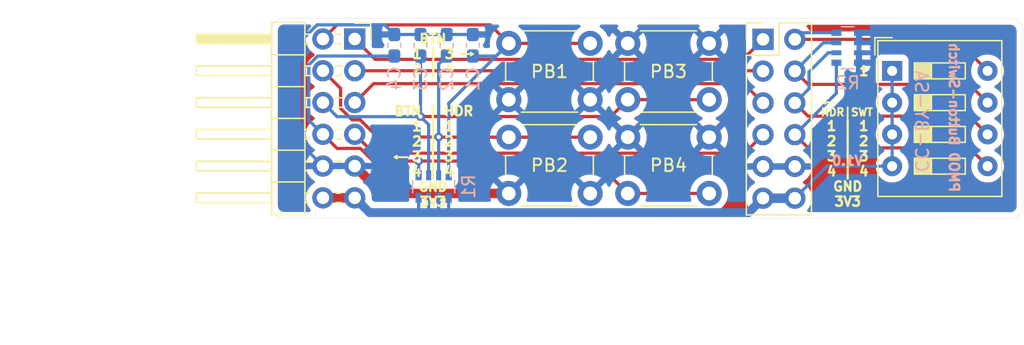
<source format=kicad_pcb>
(kicad_pcb (version 20211014) (generator pcbnew)
  (title_block (title "PMOD Button-Switch") (date "2022-04-18") (rev "1.0"))
  (layers (0 "F.Cu" signal) (31 "B.Cu" signal) (34 "B.Paste" user) (35 "F.Paste" user) (36 "B.SilkS" user "B.Silkscreen") (37 "F.SilkS" user "F.Silkscreen") (38 "B.Mask" user) (39 "F.Mask" user) (44 "Edge.Cuts" user))
  (net 0 "")
  (net 1 "GND")
  (net 2 "/P1S")
  (net 3 "/P2S")
  (net 4 "/P3S")
  (net 5 "/P4S")
  (net 6 "/S1J")
  (net 7 "/S2J")
  (net 8 "/S3J")
  (net 9 "/S4J")
  (net 10 "+3V3")
  (net 11 "/S1S")
  (net 12 "/S2S")
  (net 13 "/S3S")
  (net 14 "/S4S")
  (footprint "Button_Switch_THT:SW_PUSH_6mm_H5mm" (layer "F.Cu") (at 135.44 115.5 180)
    (fp_text reference "PB1" (at 3.25 2.25) (layer "F.SilkS"))
    (fp_text value "Push")
    (fp_line (start 1 5.5) (end 5.5 5.5) (layer "F.SilkS") (width 0.12))
    (fp_line (start 5.5 -1) (end 1 -1) (layer "F.SilkS") (width 0.12))
    (fp_line (start 6.75 3) (end 6.75 1.5) (layer "F.SilkS") (width 0.12))
    (fp_line (start -0.25 1.5) (end -0.25 3) (layer "F.SilkS") (width 0.12))
    (pad "1" thru_hole circle (at 6.5 0 270) (size 2 2) (drill 1.1) (layers *.Cu *.Mask) (net 1 "GND"))
    (pad "1" thru_hole circle (at 0 0 270) (size 2 2) (drill 1.1) (layers *.Cu *.Mask) (net 1 "GND"))
    (pad "2" thru_hole circle (at 0 4.5 270) (size 2 2) (drill 1.1) (layers *.Cu *.Mask) (net 2 "/P1S"))
    (pad "2" thru_hole circle (at 6.5 4.5 270) (size 2 2) (drill 1.1) (layers *.Cu *.Mask) (net 2 "/P1S"))
  )
  (footprint "Button_Switch_THT:SW_PUSH_6mm_H5mm" (layer "F.Cu") (at 135.44 123 180)
    (fp_text reference "PB2" (at 3.25 2.25) (layer "F.SilkS"))
    (fp_text value "Push")
    (fp_line (start 6.75 3) (end 6.75 1.5) (layer "F.SilkS") (width 0.12))
    (fp_line (start -0.25 1.5) (end -0.25 3) (layer "F.SilkS") (width 0.12))
    (fp_line (start 5.5 -1) (end 1 -1) (layer "F.SilkS") (width 0.12))
    (fp_line (start 1 5.5) (end 5.5 5.5) (layer "F.SilkS") (width 0.12))
    (pad "1" thru_hole circle (at 6.5 0 270) (size 2 2) (drill 1.1) (layers *.Cu *.Mask) (net 1 "GND"))
    (pad "1" thru_hole circle (at 0 0 270) (size 2 2) (drill 1.1) (layers *.Cu *.Mask) (net 1 "GND"))
    (pad "2" thru_hole circle (at 0 4.5 270) (size 2 2) (drill 1.1) (layers *.Cu *.Mask) (net 3 "/P2S"))
    (pad "2" thru_hole circle (at 6.5 4.5 270) (size 2 2) (drill 1.1) (layers *.Cu *.Mask) (net 3 "/P2S"))
  )
  (footprint "Pmod:Pmod_Header_2x06_P2.54mm_Horizontal" (layer "F.Cu") (at 116.64 123.35 180)
    (fp_text reference "J1")
    (fp_text value "PMOD")
    (fp_line (start 6.64 -1.33) (end 3.98 -1.33) (layer "F.SilkS") (width 0.12))
    (fp_line (start 1.042929 2.16) (end 1.497071 2.16) (layer "F.SilkS") (width 0.12))
    (fp_line (start 1.042929 9.78) (end 1.497071 9.78) (layer "F.SilkS") (width 0.12))
    (fp_line (start 3.582929 2.16) (end 3.98 2.16) (layer "F.SilkS") (width 0.12))
    (fp_line (start 1.042929 13.08) (end 1.497071 13.08) (layer "F.SilkS") (width 0.12))
    (fp_line (start 0 13.97) (end -1.27 13.97) (layer "F.SilkS") (width 0.12))
    (fp_line (start 1.042929 8) (end 1.497071 8) (layer "F.SilkS") (width 0.12))
    (fp_line (start 3.582929 2.92) (end 3.98 2.92) (layer "F.SilkS") (width 0.12))
    (fp_line (start 3.98 1.27) (end 6.64 1.27) (layer "F.SilkS") (width 0.12))
    (fp_line (start 1.042929 12.32) (end 1.497071 12.32) (layer "F.SilkS") (width 0.12))
    (fp_line (start 3.582929 9.78) (end 3.98 9.78) (layer "F.SilkS") (width 0.12))
    (fp_line (start 3.582929 10.54) (end 3.98 10.54) (layer "F.SilkS") (width 0.12))
    (fp_line (start 6.64 7.24) (end 12.64 7.24) (layer "F.SilkS") (width 0.12))
    (fp_line (start 12.64 13.08) (end 6.64 13.08) (layer "F.SilkS") (width 0.12))
    (fp_line (start 3.98 11.43) (end 6.64 11.43) (layer "F.SilkS") (width 0.12))
    (fp_line (start 3.582929 7.24) (end 3.98 7.24) (layer "F.SilkS") (width 0.12))
    (fp_line (start 6.64 -0.38) (end 12.64 -0.38) (layer "F.SilkS") (width 0.12))
    (fp_line (start 1.11 0.38) (end 1.497071 0.38) (layer "F.SilkS") (width 0.12))
    (fp_line (start 6.64 12.86) (end 12.64 12.86) (layer "F.SilkS") (width 0.12))
    (fp_line (start 3.582929 4.7) (end 3.98 4.7) (layer "F.SilkS") (width 0.12))
    (fp_line (start 3.98 3.81) (end 6.64 3.81) (layer "F.SilkS") (width 0.12))
    (fp_line (start 6.64 12.74) (end 12.64 12.74) (layer "F.SilkS") (width 0.12))
    (fp_line (start 12.64 7.24) (end 12.64 8) (layer "F.SilkS") (width 0.12))
    (fp_line (start 1.042929 7.24) (end 1.497071 7.24) (layer "F.SilkS") (width 0.12))
    (fp_line (start 3.582929 0.38) (end 3.98 0.38) (layer "F.SilkS") (width 0.12))
    (fp_line (start 12.64 4.7) (end 12.64 5.46) (layer "F.SilkS") (width 0.12))
    (fp_line (start 3.582929 -0.38) (end 3.98 -0.38) (layer "F.SilkS") (width 0.12))
    (fp_line (start 3.582929 5.46) (end 3.98 5.46) (layer "F.SilkS") (width 0.12))
    (fp_line (start 3.98 14.03) (end 6.64 14.03) (layer "F.SilkS") (width 0.12))
    (fp_line (start 12.64 0.38) (end 6.64 0.38) (layer "F.SilkS") (width 0.12))
    (fp_line (start 3.582929 8) (end 3.98 8) (layer "F.SilkS") (width 0.12))
    (fp_line (start 1.042929 10.54) (end 1.497071 10.54) (layer "F.SilkS") (width 0.12))
    (fp_line (start 12.64 12.32) (end 12.64 13.08) (layer "F.SilkS") (width 0.12))
    (fp_line (start 3.582929 12.32) (end 3.98 12.32) (layer "F.SilkS") (width 0.12))
    (fp_line (start 1.042929 5.46) (end 1.497071 5.46) (layer "F.SilkS") (width 0.12))
    (fp_line (start 6.64 12.5) (end 12.64 12.5) (layer "F.SilkS") (width 0.12))
    (fp_line (start 12.64 -0.38) (end 12.64 0.38) (layer "F.SilkS") (width 0.12))
    (fp_line (start 6.64 9.78) (end 12.64 9.78) (layer "F.SilkS") (width 0.12))
    (fp_line (start 6.64 4.7) (end 12.64 4.7) (layer "F.SilkS") (width 0.12))
    (fp_line (start 12.64 2.16) (end 12.64 2.92) (layer "F.SilkS") (width 0.12))
    (fp_line (start 6.64 14.03) (end 6.64 -1.33) (layer "F.SilkS") (width 0.12))
    (fp_line (start 12.64 9.78) (end 12.64 10.54) (layer "F.SilkS") (width 0.12))
    (fp_line (start 3.98 -1.33) (end 3.98 14.03) (layer "F.SilkS") (width 0.12))
    (fp_line (start 1.042929 4.7) (end 1.497071 4.7) (layer "F.SilkS") (width 0.12))
    (fp_line (start -1.27 13.97) (end -1.27 12.7) (layer "F.SilkS") (width 0.12))
    (fp_line (start 12.64 10.54) (end 6.64 10.54) (layer "F.SilkS") (width 0.12))
    (fp_line (start 1.11 -0.38) (end 1.497071 -0.38) (layer "F.SilkS") (width 0.12))
    (fp_line (start 6.64 12.32) (end 12.64 12.32) (layer "F.SilkS") (width 0.12))
    (fp_line (start 6.64 12.62) (end 12.64 12.62) (layer "F.SilkS") (width 0.12))
    (fp_line (start 6.64 12.38) (end 12.64 12.38) (layer "F.SilkS") (width 0.12))
    (fp_line (start 3.98 8.89) (end 6.64 8.89) (layer "F.SilkS") (width 0.12))
    (fp_line (start 1.042929 2.92) (end 1.497071 2.92) (layer "F.SilkS") (width 0.12))
    (fp_line (start 6.64 12.98) (end 12.64 12.98) (layer "F.SilkS") (width 0.12))
    (fp_line (start 12.64 5.46) (end 6.64 5.46) (layer "F.SilkS") (width 0.12))
    (fp_line (start 12.64 2.92) (end 6.64 2.92) (layer "F.SilkS") (width 0.12))
    (fp_line (start 3.582929 13.08) (end 3.98 13.08) (layer "F.SilkS") (width 0.12))
    (fp_line (start 6.64 2.16) (end 12.64 2.16) (layer "F.SilkS") (width 0.12))
    (fp_line (start 3.98 6.35) (end 6.64 6.35) (layer "F.SilkS") (width 0.12))
    (fp_line (start 12.64 8) (end 6.64 8) (layer "F.SilkS") (width 0.12))
    (pad "1" thru_hole rect (at 0 12.7 180) (size 1.7 1.7) (drill 1) (layers *.Cu *.Mask) (net 6 "/S1J"))
    (pad "2" thru_hole oval (at 0 10.16 180) (size 1.7 1.7) (drill 1) (layers *.Cu *.Mask) (net 7 "/S2J"))
    (pad "3" thru_hole oval (at 0 7.62 180) (size 1.7 1.7) (drill 1) (layers *.Cu *.Mask) (net 8 "/S3J"))
    (pad "4" thru_hole oval (at 0 5.08 180) (size 1.7 1.7) (drill 1) (layers *.Cu *.Mask) (net 9 "/S4J"))
    (pad "5" thru_hole oval (at 0 2.54 180) (size 1.7 1.7) (drill 1) (layers *.Cu *.Mask) (net 1 "GND"))
    (pad "6" thru_hole circle (at 0 0 180) (size 1.7 1.7) (drill 1) (layers *.Cu *.Mask) (net 10 "+3V3"))
    (pad "7" thru_hole circle (at 2.54 12.7 180) (size 1.7 1.7) (drill 1) (layers *.Cu *.Mask) (net 2 "/P1S"))
    (pad "8" thru_hole oval (at 2.54 10.16 180) (size 1.7 1.7) (drill 1) (layers *.Cu *.Mask) (net 3 "/P2S"))
    (pad "9" thru_hole oval (at 2.54 7.62 180) (size 1.7 1.7) (drill 1) (layers *.Cu *.Mask) (net 4 "/P3S"))
    (pad "10" thru_hole oval (at 2.54 5.08 180) (size 1.7 1.7) (drill 1) (layers *.Cu *.Mask) (net 5 "/P4S"))
    (pad "11" thru_hole oval (at 2.54 2.54 180) (size 1.7 1.7) (drill 1) (layers *.Cu *.Mask) (net 1 "GND"))
    (pad "12" thru_hole oval (at 2.54 0 180) (size 1.7 1.7) (drill 1) (layers *.Cu *.Mask) (net 10 "+3V3"))
  )
  (footprint "Connector_PinHeader_2.54mm:PinHeader_2x06_P2.54mm_Vertical" (layer "F.Cu") (at 149.24 110.68)
    (fp_text reference "J2" hide)
    (fp_text value "Conn_02x06_Odd_Even")
    (fp_line (start -1.33 1.27) (end -1.33 14.03) (layer "F.SilkS") (width 0.12))
    (fp_line (start -1.33 14.03) (end 3.87 14.03) (layer "F.SilkS") (width 0.12))
    (fp_line (start 3.87 -1.33) (end 3.87 14.03) (layer "F.SilkS") (width 0.12))
    (fp_line (start 1.27 1.27) (end 1.27 -1.33) (layer "F.SilkS") (width 0.12))
    (fp_line (start -1.33 1.27) (end 1.27 1.27) (layer "F.SilkS") (width 0.12))
    (fp_line (start -1.33 0) (end -1.33 -1.33) (layer "F.SilkS") (width 0.12))
    (fp_line (start -1.33 -1.33) (end 0 -1.33) (layer "F.SilkS") (width 0.12))
    (fp_line (start 1.27 -1.33) (end 3.87 -1.33) (layer "F.SilkS") (width 0.12))
    (pad "1" thru_hole rect (at 0 0) (size 1.7 1.7) (drill 1) (layers *.Cu *.Mask) (net 6 "/S1J"))
    (pad "2" thru_hole oval (at 2.54 0) (size 1.7 1.7) (drill 1) (layers *.Cu *.Mask) (net 11 "/S1S"))
    (pad "3" thru_hole oval (at 0 2.54) (size 1.7 1.7) (drill 1) (layers *.Cu *.Mask) (net 7 "/S2J"))
    (pad "4" thru_hole oval (at 2.54 2.54) (size 1.7 1.7) (drill 1) (layers *.Cu *.Mask) (net 12 "/S2S"))
    (pad "5" thru_hole oval (at 0 5.08) (size 1.7 1.7) (drill 1) (layers *.Cu *.Mask) (net 8 "/S3J"))
    (pad "6" thru_hole oval (at 2.54 5.08) (size 1.7 1.7) (drill 1) (layers *.Cu *.Mask) (net 13 "/S3S"))
    (pad "7" thru_hole oval (at 0 7.62) (size 1.7 1.7) (drill 1) (layers *.Cu *.Mask) (net 9 "/S4J"))
    (pad "8" thru_hole oval (at 2.54 7.62) (size 1.7 1.7) (drill 1) (layers *.Cu *.Mask) (net 14 "/S4S"))
    (pad "9" thru_hole oval (at 0 10.16) (size 1.7 1.7) (drill 1) (layers *.Cu *.Mask) (net 1 "GND"))
    (pad "10" thru_hole oval (at 2.54 10.16) (size 1.7 1.7) (drill 1) (layers *.Cu *.Mask) (net 1 "GND"))
    (pad "11" thru_hole oval (at 0 12.7) (size 1.7 1.7) (drill 1) (layers *.Cu *.Mask) (net 10 "+3V3"))
    (pad "12" thru_hole oval (at 2.54 12.7) (size 1.7 1.7) (drill 1) (layers *.Cu *.Mask) (net 10 "+3V3"))
  )
  (footprint "Button_Switch_THT:SW_DIP_SPSTx04_Slide_9.78x12.34mm_W7.62mm_P2.54mm" (layer "F.Cu") (at 159.55 113.2)
    (fp_text reference "SW1" hide)
    (fp_text value "SW_DIP_x04")
    (fp_line (start 1.78 6.985) (end 1.78 8.255) (layer "F.SilkS") (width 0.12))
    (fp_line (start 1.78 4.805) (end 3.133333 4.805) (layer "F.SilkS") (width 0.12))
    (fp_line (start 1.78 3.175) (end 5.84 3.175) (layer "F.SilkS") (width 0.12))
    (fp_line (start 3.133333 1.905) (end 3.133333 3.175) (layer "F.SilkS") (width 0.12))
    (fp_line (start -1.14 10.04) (end 8.76 10.04) (layer "F.SilkS") (width 0.12))
    (fp_line (start 1.78 2.865) (end 3.133333 2.865) (layer "F.SilkS") (width 0.12))
    (fp_line (start 1.78 7.705) (end 3.133333 7.705) (layer "F.SilkS") (width 0.12))
    (fp_line (start 5.84 8.255) (end 5.84 6.985) (layer "F.SilkS") (width 0.12))
    (fp_line (start 1.78 7.585) (end 3.133333 7.585) (layer "F.SilkS") (width 0.12))
    (fp_line (start 5.84 1.905) (end 1.78 1.905) (layer "F.SilkS") (width 0.12))
    (fp_line (start 5.84 6.985) (end 1.78 6.985) (layer "F.SilkS") (width 0.12))
    (fp_line (start 1.78 -0.155) (end 3.133333 -0.155) (layer "F.SilkS") (width 0.12))
    (fp_line (start -1.38 -2.66) (end 0.004 -2.66) (layer "F.SilkS") (width 0.12))
    (fp_line (start -1.14 -2.42) (end -1.14 10.04) (layer "F.SilkS") (width 0.12))
    (fp_line (start 1.78 7.225) (end 3.133333 7.225) (layer "F.SilkS") (width 0.12))
    (fp_line (start 5.84 4.445) (end 1.78 4.445) (layer "F.SilkS") (width 0.12))
    (fp_line (start 1.78 4.445) (end 1.78 5.715) (layer "F.SilkS") (width 0.12))
    (fp_line (start 1.78 -0.275) (end 3.133333 -0.275) (layer "F.SilkS") (width 0.12))
    (fp_line (start 1.78 2.385) (end 3.133333 2.385) (layer "F.SilkS") (width 0.12))
    (fp_line (start 1.78 8.065) (end 3.133333 8.065) (layer "F.SilkS") (width 0.12))
    (fp_line (start 1.78 8.185) (end 3.133333 8.185) (layer "F.SilkS") (width 0.12))
    (fp_line (start 1.78 2.745) (end 3.133333 2.745) (layer "F.SilkS") (width 0.12))
    (fp_line (start 1.78 7.465) (end 3.133333 7.465) (layer "F.SilkS") (width 0.12))
    (fp_line (start -1.38 -2.66) (end -1.38 -1.277) (layer "F.SilkS") (width 0.12))
    (fp_line (start 1.78 1.905) (end 1.78 3.175) (layer "F.SilkS") (width 0.12))
    (fp_line (start 1.78 0.635) (end 5.84 0.635) (layer "F.SilkS") (width 0.12))
    (fp_line (start 3.133333 -0.635) (end 3.133333 0.635) (layer "F.SilkS") (width 0.12))
    (fp_line (start 1.78 -0.515) (end 3.133333 -0.515) (layer "F.SilkS") (width 0.12))
    (fp_line (start 1.78 4.565) (end 3.133333 4.565) (layer "F.SilkS") (width 0.12))
    (fp_line (start 1.78 7.825) (end 3.133333 7.825) (layer "F.SilkS") (width 0.12))
    (fp_line (start 1.78 -0.035) (end 3.133333 -0.035) (layer "F.SilkS") (width 0.12))
    (fp_line (start 1.78 -0.395) (end 3.133333 -0.395) (layer "F.SilkS") (width 0.12))
    (fp_line (start 1.78 5.165) (end 3.133333 5.165) (layer "F.SilkS") (width 0.12))
    (fp_line (start 1.78 5.715) (end 5.84 5.715) (layer "F.SilkS") (width 0.12))
    (fp_line (start 1.78 2.625) (end 3.133333 2.625) (layer "F.SilkS") (width 0.12))
    (fp_line (start 1.78 2.145) (end 3.133333 2.145) (layer "F.SilkS") (width 0.12))
    (fp_line (start 1.78 0.205) (end 3.133333 0.205) (layer "F.SilkS") (width 0.12))
    (fp_line (start 1.78 4.925) (end 3.133333 4.925) (layer "F.SilkS") (width 0.12))
    (fp_line (start 1.78 0.565) (end 3.133333 0.565) (layer "F.SilkS") (width 0.12))
    (fp_line (start 1.78 7.345) (end 3.133333 7.345) (layer "F.SilkS") (width 0.12))
    (fp_line (start 5.84 -0.635) (end 1.78 -0.635) (layer "F.SilkS") (width 0.12))
    (fp_line (start 1.78 -0.635) (end 1.78 0.635) (layer "F.SilkS") (width 0.12))
    (fp_line (start 1.78 5.405) (end 3.133333 5.405) (layer "F.SilkS") (width 0.12))
    (fp_line (start 3.133333 6.985) (end 3.133333 8.255) (layer "F.SilkS") (width 0.12))
    (fp_line (start 5.84 0.635) (end 5.84 -0.635) (layer "F.SilkS") (width 0.12))
    (fp_line (start 5.84 5.715) (end 5.84 4.445) (layer "F.SilkS") (width 0.12))
    (fp_line (start 1.78 7.945) (end 3.133333 7.945) (layer "F.SilkS") (width 0.12))
    (fp_line (start 1.78 0.445) (end 3.133333 0.445) (layer "F.SilkS") (width 0.12))
    (fp_line (start 1.78 5.525) (end 3.133333 5.525) (layer "F.SilkS") (width 0.12))
    (fp_line (start 8.76 -2.42) (end 8.76 10.04) (layer "F.SilkS") (width 0.12))
    (fp_line (start 1.78 3.105) (end 3.133333 3.105) (layer "F.SilkS") (width 0.12))
    (fp_line (start 1.78 7.105) (end 3.133333 7.105) (layer "F.SilkS") (width 0.12))
    (fp_line (start 1.78 5.645) (end 3.133333 5.645) (layer "F.SilkS") (width 0.12))
    (fp_line (start 1.78 2.265) (end 3.133333 2.265) (layer "F.SilkS") (width 0.12))
    (fp_line (start 1.78 0.085) (end 3.133333 0.085) (layer "F.SilkS") (width 0.12))
    (fp_line (start 1.78 5.045) (end 3.133333 5.045) (layer "F.SilkS") (width 0.12))
    (fp_line (start 1.78 5.285) (end 3.133333 5.285) (layer "F.SilkS") (width 0.12))
    (fp_line (start 3.133333 4.445) (end 3.133333 5.715) (layer "F.SilkS") (width 0.12))
    (fp_line (start 1.78 2.025) (end 3.133333 2.025) (layer "F.SilkS") (width 0.12))
    (fp_line (start 1.78 0.325) (end 3.133333 0.325) (layer "F.SilkS") (width 0.12))
    (fp_line (start 5.84 3.175) (end 5.84 1.905) (layer "F.SilkS") (width 0.12))
    (fp_line (start 1.78 2.505) (end 3.133333 2.505) (layer "F.SilkS") (width 0.12))
    (fp_line (start 1.78 4.685) (end 3.133333 4.685) (layer "F.SilkS") (width 0.12))
    (fp_line (start 1.78 2.985) (end 3.133333 2.985) (layer "F.SilkS") (width 0.12))
    (fp_line (start 1.78 8.255) (end 5.84 8.255) (layer "F.SilkS") (width 0.12))
    (fp_line (start -1.14 -2.42) (end 8.76 -2.42) (layer "F.SilkS") (width 0.12))
    (pad "1" thru_hole rect (at 0 0) (size 1.6 1.6) (drill 0.8) (layers *.Cu *.Mask) (net 10 "+3V3"))
    (pad "2" thru_hole oval (at 0 2.54) (size 1.6 1.6) (drill 0.8) (layers *.Cu *.Mask) (net 10 "+3V3"))
    (pad "3" thru_hole oval (at 0 5.08) (size 1.6 1.6) (drill 0.8) (layers *.Cu *.Mask) (net 10 "+3V3"))
    (pad "4" thru_hole oval (at 0 7.62) (size 1.6 1.6) (drill 0.8) (layers *.Cu *.Mask) (net 10 "+3V3"))
    (pad "5" thru_hole oval (at 7.62 7.62) (size 1.6 1.6) (drill 0.8) (layers *.Cu *.Mask) (net 14 "/S4S"))
    (pad "6" thru_hole oval (at 7.62 5.08) (size 1.6 1.6) (drill 0.8) (layers *.Cu *.Mask) (net 13 "/S3S"))
    (pad "7" thru_hole oval (at 7.62 2.54) (size 1.6 1.6) (drill 0.8) (layers *.Cu *.Mask) (net 12 "/S2S"))
    (pad "8" thru_hole oval (at 7.62 0) (size 1.6 1.6) (drill 0.8) (layers *.Cu *.Mask) (net 11 "/S1S"))
  )
  (footprint "Button_Switch_THT:SW_PUSH_6mm_H5mm" (layer "F.Cu") (at 138.44 111)
    (fp_text reference "PB3" (at 3.25 2.25) (layer "F.SilkS"))
    (fp_text value "Push")
    (fp_line (start 6.75 3) (end 6.75 1.5) (layer "F.SilkS") (width 0.12))
    (fp_line (start 1 5.5) (end 5.5 5.5) (layer "F.SilkS") (width 0.12))
    (fp_line (start -0.25 1.5) (end -0.25 3) (layer "F.SilkS") (width 0.12))
    (fp_line (start 5.5 -1) (end 1 -1) (layer "F.SilkS") (width 0.12))
    (pad "1" thru_hole circle (at 6.5 0 90) (size 2 2) (drill 1.1) (layers *.Cu *.Mask) (net 1 "GND"))
    (pad "1" thru_hole circle (at 0 0 90) (size 2 2) (drill 1.1) (layers *.Cu *.Mask) (net 1 "GND"))
    (pad "2" thru_hole circle (at 6.5 4.5 90) (size 2 2) (drill 1.1) (layers *.Cu *.Mask) (net 4 "/P3S"))
    (pad "2" thru_hole circle (at 0 4.5 90) (size 2 2) (drill 1.1) (layers *.Cu *.Mask) (net 4 "/P3S"))
  )
  (footprint "Button_Switch_THT:SW_PUSH_6mm_H5mm" (layer "F.Cu") (at 138.44 118.5)
    (fp_text reference "PB4" (at 3.25 2.25) (layer "F.SilkS"))
    (fp_text value "Push")
    (fp_line (start 5.5 -1) (end 1 -1) (layer "F.SilkS") (width 0.12))
    (fp_line (start 6.75 3) (end 6.75 1.5) (layer "F.SilkS") (width 0.12))
    (fp_line (start 1 5.5) (end 5.5 5.5) (layer "F.SilkS") (width 0.12))
    (fp_line (start -0.25 1.5) (end -0.25 3) (layer "F.SilkS") (width 0.12))
    (pad "1" thru_hole circle (at 0 0 90) (size 2 2) (drill 1.1) (layers *.Cu *.Mask) (net 1 "GND"))
    (pad "1" thru_hole circle (at 6.5 0 90) (size 2 2) (drill 1.1) (layers *.Cu *.Mask) (net 1 "GND"))
    (pad "2" thru_hole circle (at 6.5 4.5 90) (size 2 2) (drill 1.1) (layers *.Cu *.Mask) (net 5 "/P4S"))
    (pad "2" thru_hole circle (at 0 4.5 90) (size 2 2) (drill 1.1) (layers *.Cu *.Mask) (net 5 "/P4S"))
  )
  (footprint "Capacitor_SMD:C_0603_1608Metric_Pad1.08x0.95mm_HandSolder" (layer "B.Cu") (at 119.802 111.15 -90)
    (fp_text reference "C4" (at 2.66 0.002 90) (layer "B.SilkS") (effects (justify mirror)))
    (fp_text value "C_Small" hide)
    (fp_line (start -0.146267 0.51) (end 0.146267 0.51) (layer "B.SilkS") (width 0.12))
    (fp_line (start -0.146267 -0.51) (end 0.146267 -0.51) (layer "B.SilkS") (width 0.12))
    (pad "1" smd roundrect (at -0.8625 0 270) (size 1.075 0.95) (layers "B.Cu" "B.Paste" "B.Mask") (net 1 "GND"))
    (pad "2" smd roundrect (at 0.8625 0 270) (size 1.075 0.95) (layers "B.Cu" "B.Paste" "B.Mask") (net 5 "/P4S"))
  )
  (footprint "Resistor_SMD:R_Array_Convex_4x0603" (layer "B.Cu") (at 156 111.35 180)
    (fp_text reference "R2" (at 0 -2.8) (layer "B.SilkS") (effects (justify mirror)))
    (fp_text value "10K")
    (fp_line (start 0.5 1.68) (end -0.5 1.68) (layer "B.SilkS") (width 0.12))
    (fp_line (start 0.5 -1.68) (end -0.5 -1.68) (layer "B.SilkS") (width 0.12))
    (pad "1" smd rect (at -0.9 1.2 180) (size 0.8 0.5) (layers "B.Cu" "B.Paste" "B.Mask") (net 1 "GND"))
    (pad "2" smd rect (at -0.9 0.4 180) (size 0.8 0.4) (layers "B.Cu" "B.Paste" "B.Mask") (net 1 "GND"))
    (pad "3" smd rect (at -0.9 -0.4 180) (size 0.8 0.4) (layers "B.Cu" "B.Paste" "B.Mask") (net 1 "GND"))
    (pad "4" smd rect (at -0.9 -1.2 180) (size 0.8 0.5) (layers "B.Cu" "B.Paste" "B.Mask") (net 1 "GND"))
    (pad "5" smd rect (at 0.9 -1.2 180) (size 0.8 0.5) (layers "B.Cu" "B.Paste" "B.Mask") (net 14 "/S4S"))
    (pad "6" smd rect (at 0.9 -0.4 180) (size 0.8 0.4) (layers "B.Cu" "B.Paste" "B.Mask") (net 13 "/S3S"))
    (pad "7" smd rect (at 0.9 0.4 180) (size 0.8 0.4) (layers "B.Cu" "B.Paste" "B.Mask") (net 12 "/S2S"))
    (pad "8" smd rect (at 0.9 1.2 180) (size 0.8 0.5) (layers "B.Cu" "B.Paste" "B.Mask") (net 11 "/S1S"))
  )
  (footprint "Capacitor_SMD:C_0603_1608Metric_Pad1.08x0.95mm_HandSolder" (layer "B.Cu") (at 126.072 111.15 -90)
    (fp_text reference "C1" (at 2.71 -0.002 90) (layer "B.SilkS") (effects (justify mirror)))
    (fp_text value "C_Small" hide)
    (fp_line (start -0.146267 0.51) (end 0.146267 0.51) (layer "B.SilkS") (width 0.12))
    (fp_line (start -0.146267 -0.51) (end 0.146267 -0.51) (layer "B.SilkS") (width 0.12))
    (pad "1" smd roundrect (at -0.8625 0 270) (size 1.075 0.95) (layers "B.Cu" "B.Paste" "B.Mask") (net 1 "GND"))
    (pad "2" smd roundrect (at 0.8625 0 270) (size 1.075 0.95) (layers "B.Cu" "B.Paste" "B.Mask") (net 2 "/P1S"))
  )
  (footprint "Capacitor_SMD:C_0603_1608Metric_Pad1.08x0.95mm_HandSolder" (layer "B.Cu") (at 123.982 111.15 -90)
    (fp_text reference "C2" (at 2.72 0.002 90) (layer "B.SilkS") (effects (justify mirror)))
    (fp_text value "C_Small" hide)
    (fp_line (start -0.146267 -0.51) (end 0.146267 -0.51) (layer "B.SilkS") (width 0.12))
    (fp_line (start -0.146267 0.51) (end 0.146267 0.51) (layer "B.SilkS") (width 0.12))
    (pad "1" smd roundrect (at -0.8625 0 270) (size 1.075 0.95) (layers "B.Cu" "B.Paste" "B.Mask") (net 1 "GND"))
    (pad "2" smd roundrect (at 0.8625 0 270) (size 1.075 0.95) (layers "B.Cu" "B.Paste" "B.Mask") (net 3 "/P2S"))
  )
  (footprint "Resistor_SMD:R_Array_Convex_4x0603" (layer "B.Cu") (at 122.94 122.45 90)
    (fp_text reference "R1" (at 0 2.8 90) (layer "B.SilkS") (effects (justify mirror)))
    (fp_text value "10K")
    (fp_line (start 0.5 -1.68) (end -0.5 -1.68) (layer "B.SilkS") (width 0.12))
    (fp_line (start 0.5 1.68) (end -0.5 1.68) (layer "B.SilkS") (width 0.12))
    (pad "1" smd rect (at -0.9 1.2 90) (size 0.8 0.5) (layers "B.Cu" "B.Paste" "B.Mask") (net 10 "+3V3"))
    (pad "2" smd rect (at -0.9 0.4 90) (size 0.8 0.4) (layers "B.Cu" "B.Paste" "B.Mask") (net 10 "+3V3"))
    (pad "3" smd rect (at -0.9 -0.4 90) (size 0.8 0.4) (layers "B.Cu" "B.Paste" "B.Mask") (net 10 "+3V3"))
    (pad "4" smd rect (at -0.9 -1.2 90) (size 0.8 0.5) (layers "B.Cu" "B.Paste" "B.Mask") (net 10 "+3V3"))
    (pad "5" smd rect (at 0.9 -1.2 90) (size 0.8 0.5) (layers "B.Cu" "B.Paste" "B.Mask") (net 5 "/P4S"))
    (pad "6" smd rect (at 0.9 -0.4 90) (size 0.8 0.4) (layers "B.Cu" "B.Paste" "B.Mask") (net 4 "/P3S"))
    (pad "7" smd rect (at 0.9 0.4 90) (size 0.8 0.4) (layers "B.Cu" "B.Paste" "B.Mask") (net 3 "/P2S"))
    (pad "8" smd rect (at 0.9 1.2 90) (size 0.8 0.5) (layers "B.Cu" "B.Paste" "B.Mask") (net 2 "/P1S"))
  )
  (footprint "Capacitor_SMD:C_0603_1608Metric_Pad1.08x0.95mm_HandSolder" (layer "B.Cu") (at 121.892 111.15 -90)
    (fp_text reference "C3" (at 2.68 -0.008 90) (layer "B.SilkS") (effects (justify mirror)))
    (fp_text value "C_Small" hide)
    (fp_line (start -0.146267 0.51) (end 0.146267 0.51) (layer "B.SilkS") (width 0.12))
    (fp_line (start -0.146267 -0.51) (end 0.146267 -0.51) (layer "B.SilkS") (width 0.12))
    (pad "1" smd roundrect (at -0.8625 0 270) (size 1.075 0.95) (layers "B.Cu" "B.Paste" "B.Mask") (net 1 "GND"))
    (pad "2" smd roundrect (at 0.8625 0 270) (size 1.075 0.95) (layers "B.Cu" "B.Paste" "B.Mask") (net 4 "/P3S"))
  )
  (gr_line (start 126.08 111.85) (end 125.08 111.85) (layer "F.SilkS") (width 0.15))
  (gr_line (start 119.83 120.1) (end 120 119.99) (layer "F.SilkS") (width 0.15))
  (gr_line (start 154.04 115.72) (end 154.21 115.83) (layer "F.SilkS") (width 0.15))
  (gr_line (start 126.08 111.85) (end 125.91 111.96) (layer "F.SilkS") (width 0.15))
  (gr_line (start 126.08 111.85) (end 125.91 111.74) (layer "F.SilkS") (width 0.15))
  (gr_line (start 119.83 120.1) (end 120.83 120.1) (layer "F.SilkS") (width 0.15))
  (gr_line (start 154.04 115.72) (end 155.04 115.72) (layer "F.SilkS") (width 0.15))
  (gr_line (start 154.04 115.72) (end 154.21 115.61) (layer "F.SilkS") (width 0.15))
  (gr_line (start 119.83 120.1) (end 120 120.21) (layer "F.SilkS") (width 0.15))
  (gr_arc (start 110.997493 124.982293) (mid 110.290386 124.6894) (end 109.997493 123.982293) (layer "Edge.Cuts") (width 0.0254))
  (gr_line (start 110.997493 108.982293) (end 168.993893 109.007693) (layer "Edge.Cuts") (width 0.0254))
  (gr_line (start 110.997493 124.982293) (end 168.993893 125.007693) (layer "Edge.Cuts") (width 0.0254))
  (gr_arc (start 168.993893 109.007693) (mid 169.701 109.300586) (end 169.993893 110.007693) (layer "Edge.Cuts") (width 0.0254))
  (gr_line (start 169.993893 110.007693) (end 169.993893 124.007693) (layer "Edge.Cuts") (width 0.0254))
  (gr_arc (start 109.997493 109.982293) (mid 110.290386 109.275186) (end 110.997493 108.982293) (layer "Edge.Cuts") (width 0.0254))
  (gr_arc (start 169.993893 124.007693) (mid 169.701 124.7148) (end 168.993893 125.007693) (layer "Edge.Cuts") (width 0.0254))
  (gr_line (start 109.997493 109.982293) (end 109.997493 123.982293) (layer "Edge.Cuts") (width 0.0254))
  (gr_text "V1.0" (at 155.98 120.38) (layer "B.SilkS") (effects (font (size 0.75 0.75) (thickness 0.1875)) (justify mirror)))
  (gr_text "PMOD Button-Switch" (at 164.49 116.92 -90) (layer "B.SilkS") (effects (font (size 0.75 0.75) (thickness 0.1875)) (justify mirror)))
  (gr_text "CC-BY-SA" (at 161.89 117.24 -90) (layer "B.SilkS") (effects (font (size 1 1)) (justify mirror)))
  (gr_text "HDR|SWT" (at 155.94 116.51) (layer "F.SilkS") (effects (font (size 0.6 0.6))))
  (gr_text "1" (at 157.29 113.22) (layer "F.SilkS") (effects (font (size 0.75 0.75) (thickness 0.1875))))
  (gr_text "1 | 1\n2 | 2\n3 | 3\n4 | 4\nGND\n3V3" (at 156 120.63) (layer "F.SilkS") (effects (font (size 0.75 0.75) (thickness 0.1875))))
  (gr_text "BTN | HDR" (at 122.96 116.42) (layer "F.SilkS") (effects (font (size 0.75 0.75) (thickness 0.1875))))
  (gr_text "1 | 3\n2 | 4" (at 122.91 112.45) (layer "F.SilkS") (effects (font (size 0.75 0.75) (thickness 0.1875))))
  (gr_text "1 | 1\n2 | 2\n3 | 3\n4 | 4\nGND\n3V3" (at 122.88 120.65) (layer "F.SilkS") (effects (font (size 0.75 0.75) (thickness 0.1875))))
  (gr_text "BTN" (at 122.88 110.65) (layer "F.SilkS") (effects (font (size 0.75 0.75) (thickness 0.1875))))
  (segment (start 118.83 123) (end 116.64 120.81) (width 0.762) (layer "F.Cu") (net 1))
  (segment (start 149.24 121.25) (end 149.24 120.84) (width 0.762) (layer "F.Cu") (net 1))
  (segment (start 128.94 123) (end 118.83 123) (width 0.762) (layer "F.Cu") (net 1))
  (segment (start 119.802 110.2875) (end 123.982 110.2875) (width 0.254) (layer "B.Cu") (net 1))
  (segment (start 113.632389 109.521089) (end 112.565169 110.588309) (width 0.254) (layer "B.Cu") (net 1))
  (segment (start 112.565169 110.588309) (end 112.565169 119.275169) (width 0.254) (layer "B.Cu") (net 1))
  (segment (start 119.802 110.2875) (end 119.035589 109.521089) (width 0.254) (layer "B.Cu") (net 1))
  (segment (start 112.565169 119.275169) (end 114.1 120.81) (width 0.254) (layer "B.Cu") (net 1))
  (segment (start 123.982 110.2875) (end 126.072 110.2875) (width 0.254) (layer "B.Cu") (net 1))
  (segment (start 119.035589 109.521089) (end 113.632389 109.521089) (width 0.254) (layer "B.Cu") (net 1))
  (segment (start 115.228911 109.521089) (end 127.461089 109.521089) (width 0.254) (layer "F.Cu") (net 2))
  (segment (start 127.461089 109.521089) (end 128.94 111) (width 0.254) (layer "F.Cu") (net 2))
  (segment (start 114.1 110.65) (end 115.228911 109.521089) (width 0.254) (layer "F.Cu") (net 2))
  (segment (start 128.94 111) (end 135.44 111) (width 0.254) (layer "F.Cu") (net 2))
  (segment (start 124.14 115.8) (end 124.14 121.55) (width 0.254) (layer "B.Cu") (net 2))
  (segment (start 128.94 111) (end 127.9275 112.0125) (width 0.254) (layer "B.Cu") (net 2))
  (segment (start 128.94 111) (end 124.14 115.8) (width 0.254) (layer "B.Cu") (net 2))
  (segment (start 127.9275 112.0125) (end 126.072 112.0125) (width 0.254) (layer "B.Cu") (net 2))
  (segment (start 118.456522 118.49) (end 117.086522 117.12) (width 0.254) (layer "F.Cu") (net 3))
  (segment (start 114.1 113.19) (end 115.511089 114.601089) (width 0.254) (layer "F.Cu") (net 3))
  (segment (start 128.94 118.5) (end 123.35 118.5) (width 0.254) (layer "F.Cu") (net 3))
  (segment (start 128.94 118.5) (end 135.44 118.5) (width 0.254) (layer "F.Cu") (net 3))
  (segment (start 115.511089 116.197611) (end 116.433478 117.12) (width 0.254) (layer "F.Cu") (net 3))
  (segment (start 117.086522 117.12) (end 116.433478 117.12) (width 0.254) (layer "F.Cu") (net 3))
  (segment (start 115.511089 114.601089) (end 115.511089 116.197611) (width 0.254) (layer "F.Cu") (net 3))
  (segment (start 123.35 118.5) (end 123.34 118.49) (width 0.254) (layer "F.Cu") (net 3))
  (segment (start 123.34 118.49) (end 118.456522 118.49) (width 0.254) (layer "F.Cu") (net 3))
  (via (at 123.34 118.49) (size 0.6858) (drill 0.3302) (layers "F.Cu" "B.Cu") (net 3))
  (segment (start 123.34 112.6545) (end 123.982 112.0125) (width 0.254) (layer "B.Cu") (net 3))
  (segment (start 123.34 118.49) (end 123.34 112.6545) (width 0.254) (layer "B.Cu") (net 3))
  (segment (start 123.34 121.55) (end 123.34 118.49) (width 0.254) (layer "B.Cu") (net 3))
  (segment (start 137.09 116.85) (end 121.89 116.85) (width 0.254) (layer "F.Cu") (net 4))
  (segment (start 138.44 115.5) (end 137.09 116.85) (width 0.254) (layer "F.Cu") (net 4))
  (segment (start 138.44 115.5) (end 144.94 115.5) (width 0.254) (layer "F.Cu") (net 4))
  (via (at 121.885 116.855) (size 0.6858) (drill 0.3302) (layers "F.Cu" "B.Cu") (net 4))
  (segment (start 121.892 112.0125) (end 121.892 116.848) (width 0.254) (layer "B.Cu") (net 4))
  (segment (start 121.885 116.855) (end 121.881089 116.858911) (width 0.254) (layer "B.Cu") (net 4))
  (segment (start 121.89 116.85) (end 121.885 116.855) (width 0.254) (layer "B.Cu") (net 4))
  (segment (start 121.89 116.85) (end 122.54 117.5) (width 0.254) (layer "B.Cu") (net 4))
  (segment (start 122.54 117.5) (end 122.54 121.55) (width 0.254) (layer "B.Cu") (net 4))
  (segment (start 121.892 116.848) (end 121.89 116.85) (width 0.254) (layer "B.Cu") (net 4))
  (segment (start 121.881089 116.858911) (end 115.228911 116.858911) (width 0.254) (layer "B.Cu") (net 4))
  (segment (start 115.228911 116.858911) (end 114.1 115.73) (width 0.254) (layer "B.Cu") (net 4))
  (segment (start 117.088911 119.398911) (end 115.228911 119.398911) (width 0.254) (layer "F.Cu") (net 5))
  (segment (start 121.74 120.41) (end 118.1 120.41) (width 0.254) (layer "F.Cu") (net 5))
  (segment (start 138.44 123) (end 135.85 120.41) (width 0.254) (layer "F.Cu") (net 5))
  (segment (start 118.1 120.41) (end 117.088911 119.398911) (width 0.254) (layer "F.Cu") (net 5))
  (segment (start 135.85 120.41) (end 121.74 120.41) (width 0.254) (layer "F.Cu") (net 5))
  (segment (start 115.228911 119.398911) (end 114.1 118.27) (width 0.254) (layer "F.Cu") (net 5))
  (segment (start 138.44 123) (end 144.94 123) (width 0.254) (layer "F.Cu") (net 5))
  (via (at 121.74 120.41) (size 0.6858) (drill 0.3302) (layers "F.Cu" "B.Cu") (net 5))
  (segment (start 112.971089 112.722389) (end 112.971089 117.141089) (width 0.254) (layer "B.Cu") (net 5))
  (segment (start 113.680978 112.0125) (end 112.971089 112.722389) (width 0.254) (layer "B.Cu") (net 5))
  (segment (start 121.74 121.55) (end 121.74 120.41) (width 0.254) (layer "B.Cu") (net 5))
  (segment (start 119.802 112.0125) (end 113.680978 112.0125) (width 0.254) (layer "B.Cu") (net 5))
  (segment (start 112.971089 117.141089) (end 114.1 118.27) (width 0.254) (layer "B.Cu") (net 5))
  (segment (start 118.268911 112.278911) (end 147.641089 112.278911) (width 0.254) (layer "F.Cu") (net 6))
  (segment (start 147.641089 112.278911) (end 149.24 110.68) (width 0.254) (layer "F.Cu") (net 6))
  (segment (start 116.64 110.65) (end 118.268911 112.278911) (width 0.254) (layer "F.Cu") (net 6))
  (segment (start 116.64 113.19) (end 149.21 113.19) (width 0.254) (layer "F.Cu") (net 7))
  (segment (start 149.21 113.19) (end 149.24 113.22) (width 0.1524) (layer "F.Cu") (net 7))
  (segment (start 116.64 115.73) (end 118.148911 114.221089) (width 0.254) (layer "F.Cu") (net 8))
  (segment (start 147.701089 114.221089) (end 149.24 115.76) (width 0.254) (layer "F.Cu") (net 8))
  (segment (start 118.148911 114.221089) (end 147.701089 114.221089) (width 0.254) (layer "F.Cu") (net 8))
  (segment (start 118.148911 119.778911) (end 116.64 118.27) (width 0.254) (layer "F.Cu") (net 9))
  (segment (start 149.24 118.3) (end 147.761089 119.778911) (width 0.254) (layer "F.Cu") (net 9))
  (segment (start 147.761089 119.778911) (end 118.148911 119.778911) (width 0.254) (layer "F.Cu") (net 9))
  (segment (start 114.1 123.35) (end 116.64 123.35) (width 0.762) (layer "F.Cu") (net 10))
  (segment (start 116.64 123.35) (end 117.822911 124.532911) (width 0.7) (layer "B.Cu") (net 10))
  (segment (start 121.74 123.35) (end 121.74 124.33) (width 0.254) (layer "B.Cu") (net 10))
  (segment (start 148.087089 124.532911) (end 149.24 123.38) (width 0.7) (layer "B.Cu") (net 10))
  (segment (start 149.24 123.38) (end 151.78 123.38) (width 0.762) (layer "B.Cu") (net 10))
  (segment (start 124.14 123.35) (end 124.14 124.36) (width 0.254) (layer "B.Cu") (net 10))
  (segment (start 117.822911 124.532911) (end 121.942911 124.532911) (width 0.7) (layer "B.Cu") (net 10))
  (segment (start 159.55 120.82) (end 154.34 120.82) (width 0.254) (layer "B.Cu") (net 10))
  (segment (start 123.34 124.51) (end 123.317089 124.532911) (width 0.254) (layer "B.Cu") (net 10))
  (segment (start 122.772911 124.532911) (end 123.317089 124.532911) (width 0.7) (layer "B.Cu") (net 10))
  (segment (start 154.34 120.82) (end 151.78 123.38) (width 0.254) (layer "B.Cu") (net 10))
  (segment (start 122.54 123.35) (end 122.54 124.3) (width 0.254) (layer "B.Cu") (net 10))
  (segment (start 123.967089 124.532911) (end 148.087089 124.532911) (width 0.7) (layer "B.Cu") (net 10))
  (segment (start 124.14 124.36) (end 123.967089 124.532911) (width 0.254) (layer "B.Cu") (net 10))
  (segment (start 121.942911 124.532911) (end 122.772911 124.532911) (width 0.7) (layer "B.Cu") (net 10))
  (segment (start 123.317089 124.532911) (end 123.967089 124.532911) (width 0.7) (layer "B.Cu") (net 10))
  (segment (start 123.34 123.35) (end 123.34 124.51) (width 0.254) (layer "B.Cu") (net 10))
  (segment (start 159.55 113.2) (end 159.55 120.82) (width 0.254) (layer "B.Cu") (net 10))
  (segment (start 151.78 110.68) (end 164.65 110.68) (width 0.254) (layer "F.Cu") (net 11))
  (segment (start 164.65 110.68) (end 167.17 113.2) (width 0.254) (layer "F.Cu") (net 11))
  (segment (start 155.1 110.15) (end 152.31 110.15) (width 0.254) (layer "B.Cu") (net 11))
  (segment (start 152.31 110.15) (end 151.78 110.68) (width 0.254) (layer "B.Cu") (net 11))
  (segment (start 151.78 113.22) (end 152.838911 114.278911) (width 0.254) (layer "F.Cu") (net 12))
  (segment (start 165.708911 114.278911) (end 167.17 115.74) (width 0.254) (layer "F.Cu") (net 12))
  (segment (start 152.838911 114.278911) (end 165.708911 114.278911) (width 0.254) (layer "F.Cu") (net 12))
  (segment (start 155.1 110.95) (end 154.05 110.95) (width 0.254) (layer "B.Cu") (net 12))
  (segment (start 154.05 110.95) (end 151.78 113.22) (width 0.254) (layer "B.Cu") (net 12))
  (segment (start 151.78 115.76) (end 152.838911 116.818911) (width 0.254) (layer "F.Cu") (net 13))
  (segment (start 152.838911 116.818911) (end 165.708911 116.818911) (width 0.254) (layer "F.Cu") (net 13))
  (segment (start 165.708911 116.818911) (end 167.17 118.28) (width 0.254) (layer "F.Cu") (net 13))
  (segment (start 154.446 111.75) (end 152.91 113.286) (width 0.254) (layer "B.Cu") (net 13))
  (segment (start 155.1 111.75) (end 154.446 111.75) (width 0.254) (layer "B.Cu") (net 13))
  (segment (start 152.91 114.63) (end 151.78 115.76) (width 0.254) (layer "B.Cu") (net 13))
  (segment (start 152.91 113.286) (end 152.91 114.63) (width 0.254) (layer "B.Cu") (net 13))
  (segment (start 152.838911 119.358911) (end 165.708911 119.358911) (width 0.254) (layer "F.Cu") (net 14))
  (segment (start 165.708911 119.358911) (end 167.17 120.82) (width 0.254) (layer "F.Cu") (net 14))
  (segment (start 151.78 118.3) (end 152.838911 119.358911) (width 0.254) (layer "F.Cu") (net 14))
  (segment (start 155.1 114.98) (end 151.78 118.3) (width 0.254) (layer "B.Cu") (net 14))
  (segment (start 155.1 112.55) (end 155.1 114.98) (width 0.254) (layer "B.Cu") (net 14))
  (zone (net 0) (net_name "") (layer "F.Cu") (connect_pads (clearance 0)) (min_thickness 0.254)
    (keepout (tracks allowed) (vias allowed) (pads allowed) (copperpour not_allowed) (footprints allowed))
    (fill (thermal_gap 0.508) (thermal_bridge_width 0.508))
    (polygon (pts (xy 138.48 123.19) (xy 138.46 124.62) (xy 116.65 124.65) (xy 116.66 120.79) (xy 136.31 120.79)))
  )
  (zone (net 1) (net_name "GND") (layers F&B.Cu) (connect_pads (clearance 0.508)) (min_thickness 0.254) (fill yes (thermal_gap 0.508) (thermal_bridge_width 0.508))
    (polygon (pts (xy 170.09 108.92) (xy 170.08 125.09) (xy 109.91 125.07) (xy 109.91 108.9)))
  )
)
</source>
